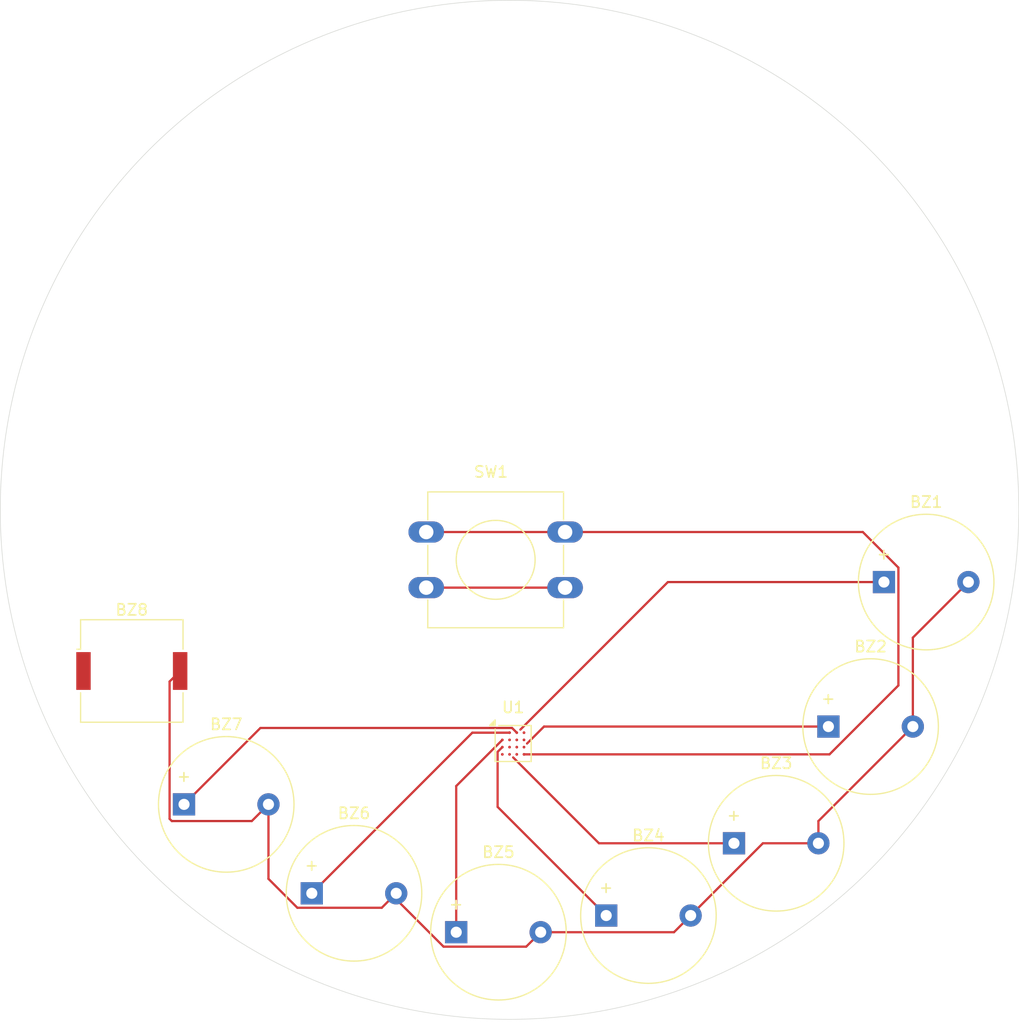
<source format=kicad_pcb>
(kicad_pcb (version 20240108) (generator "pcbnew") (generator_version "8.0")
  (layers (0 "F.Cu" signal) (31 "B.Cu" signal) (34 "B.Paste" user) (35 "F.Paste" user) (36 "B.SilkS" user "B.Silkscreen") (37 "F.SilkS" user "F.Silkscreen") (38 "B.Mask" user) (39 "F.Mask" user) (44 "Edge.Cuts" user))
  (net 0 "")
  (net 1 "GND")
  (net 2 "Net-(BZ1-+)")
  (net 3 "Net-(BZ2-+)")
  (net 4 "Net-(BZ3-+)")
  (net 5 "Net-(BZ4-+)")
  (net 6 "Net-(BZ5-+)")
  (net 7 "Net-(BZ6-+)")
  (net 8 "Net-(BZ7-+)")
  (net 9 "Net-(BZ8-+)")
  (net 10 "+12V")
  (net 14 "Net-(U1-VCC)")
  (footprint "Package_BGA:UFBGA-15_3.0x3.0mm_Layout4x4_P0.65mm" (layer "F.Cu") (at 139.825 104.025)
    (property "Reference" "U1" (at 0 -3.25 0) (layer "F.SilkS"))
    (property "Value" "ATtiny20-CC")
    (fp_line (start -1.62 1.62) (end -1.62 -1.3) (stroke (width 0.12)) (layer "F.SilkS"))
    (fp_line (start -1.3 -1.62) (end 1.62 -1.62) (stroke (width 0.12)) (layer "F.SilkS"))
    (fp_line (start 1.62 -1.62) (end 1.62 1.62) (stroke (width 0.12)) (layer "F.SilkS"))
    (fp_line (start 1.62 1.62) (end -1.62 1.62) (stroke (width 0.12)) (layer "F.SilkS"))
    (fp_poly (pts (xy -1.62 -1.62) (xy -2.12 -1.62) (xy -1.62 -2.12) (xy -1.62 -1.62)) (stroke (width 0.12)) (fill solid) (layer "F.SilkS"))
    (pad "A2" smd circle (at -0.325 -0.975) (size 0.25 0.25) (property pad_prop_bga) (layers "F.Cu" "F.Paste" "F.Mask") (net 7 "Net-(BZ6-+)"))
    (pad "A3" smd circle (at 0.325 -0.975) (size 0.25 0.25) (property pad_prop_bga) (layers "F.Cu" "F.Paste" "F.Mask") (net 8 "Net-(BZ7-+)"))
    (pad "A4" smd circle (at 0.975 -0.975) (size 0.25 0.25) (property pad_prop_bga) (layers "F.Cu" "F.Paste" "F.Mask"))
    (pad "B1" smd circle (at -0.975 -0.325) (size 0.25 0.25) (property pad_prop_bga) (layers "F.Cu" "F.Paste" "F.Mask") (net 6 "Net-(BZ5-+)"))
    (pad "B2" smd circle (at -0.325 -0.325) (size 0.25 0.25) (property pad_prop_bga) (layers "F.Cu" "F.Paste" "F.Mask") (net 9 "Net-(BZ8-+)"))
    (pad "B3" smd circle (at 0.325 -0.325) (size 0.25 0.25) (property pad_prop_bga) (layers "F.Cu" "F.Paste" "F.Mask"))
    (pad "B4" smd circle (at 0.975 -0.325) (size 0.25 0.25) (property pad_prop_bga) (layers "F.Cu" "F.Paste" "F.Mask"))
    (pad "C1" smd circle (at -0.975 0.325) (size 0.25 0.25) (property pad_prop_bga) (layers "F.Cu" "F.Paste" "F.Mask") (net 5 "Net-(BZ4-+)"))
    (pad "C2" smd circle (at -0.325 0.325) (size 0.25 0.25) (property pad_prop_bga) (layers "F.Cu" "F.Paste" "F.Mask") (net 4 "Net-(BZ3-+)"))
    (pad "C3" smd circle (at 0.325 0.325) (size 0.25 0.25) (property pad_prop_bga) (layers "F.Cu" "F.Paste" "F.Mask") (net 3 "Net-(BZ2-+)"))
    (pad "C4" smd circle (at 0.975 0.325) (size 0.25 0.25) (property pad_prop_bga) (layers "F.Cu" "F.Paste" "F.Mask"))
    (pad "D1" smd circle (at -0.975 0.975) (size 0.25 0.25) (property pad_prop_bga) (layers "F.Cu" "F.Paste" "F.Mask") (net 2 "Net-(BZ1-+)"))
    (pad "D2" smd circle (at -0.325 0.975) (size 0.25 0.25) (property pad_prop_bga) (layers "F.Cu" "F.Paste" "F.Mask") (net 1 "GND"))
    (pad "D3" smd circle (at 0.325 0.975) (size 0.25 0.25) (property pad_prop_bga) (layers "F.Cu" "F.Paste" "F.Mask") (net 1 "GND"))
    (pad "D4" smd circle (at 0.975 0.975) (size 0.25 0.25) (property pad_prop_bga) (layers "F.Cu" "F.Paste" "F.Mask") (net 14 "Net-(U1-VCC)"))
  )
  (footprint "Buzzer_Beeper:Buzzer_12x9.5RM7.6" (layer "F.Cu") (at 168.2 102.5)
    (property "Reference" "BZ2" (at 3.8 -7.2 0) (layer "F.SilkS"))
    (property "Value" "Buzzer")
    (fp_circle (center 3.8 0) (end 9.9 0) (stroke (width 0.12)) (fill none) (layer "F.SilkS"))
    (fp_text user "+" (at -0.01 -2.54 0) (layer "F.SilkS"))
    (pad "1" thru_hole rect (at 0 0) (size 2 2) (drill 1) (layers "*.Cu" "*.Mask") (net 3 "Net-(BZ2-+)"))
    (pad "2" thru_hole circle (at 7.6 0) (size 2 2) (drill 1) (layers "*.Cu" "*.Mask") (net 1 "GND"))
  )
  (footprint "Buzzer_Beeper:Buzzer_12x9.5RM7.6" (layer "F.Cu") (at 121.7 117.5)
    (property "Reference" "BZ6" (at 3.8 -7.2 0) (layer "F.SilkS"))
    (property "Value" "Buzzer")
    (fp_circle (center 3.8 0) (end 9.9 0) (stroke (width 0.12)) (fill none) (layer "F.SilkS"))
    (fp_text user "+" (at -0.01 -2.54 0) (layer "F.SilkS"))
    (pad "1" thru_hole rect (at 0 0) (size 2 2) (drill 1) (layers "*.Cu" "*.Mask") (net 7 "Net-(BZ6-+)"))
    (pad "2" thru_hole circle (at 7.6 0) (size 2 2) (drill 1) (layers "*.Cu" "*.Mask") (net 1 "GND"))
  )
  (footprint "Buzzer_Beeper:Buzzer_12x9.5RM7.6" (layer "F.Cu") (at 173.2 89.5)
    (property "Reference" "BZ1" (at 3.8 -7.2 0) (layer "F.SilkS"))
    (property "Value" "Buzzer")
    (fp_circle (center 3.8 0) (end 9.9 0) (stroke (width 0.12)) (fill none) (layer "F.SilkS"))
    (fp_text user "+" (at -0.01 -2.54 0) (layer "F.SilkS"))
    (pad "1" thru_hole rect (at 0 0) (size 2 2) (drill 1) (layers "*.Cu" "*.Mask") (net 2 "Net-(BZ1-+)"))
    (pad "2" thru_hole circle (at 7.6 0) (size 2 2) (drill 1) (layers "*.Cu" "*.Mask") (net 1 "GND"))
  )
  (footprint "Buzzer_Beeper:Buzzer_12x9.5RM7.6" (layer "F.Cu") (at 148.2 119.5)
    (property "Reference" "BZ4" (at 3.8 -7.2 0) (layer "F.SilkS"))
    (property "Value" "Buzzer")
    (fp_circle (center 3.8 0) (end 9.9 0) (stroke (width 0.12)) (fill none) (layer "F.SilkS"))
    (fp_text user "+" (at -0.01 -2.54 0) (layer "F.SilkS"))
    (pad "1" thru_hole rect (at 0 0) (size 2 2) (drill 1) (layers "*.Cu" "*.Mask") (net 5 "Net-(BZ4-+)"))
    (pad "2" thru_hole circle (at 7.6 0) (size 2 2) (drill 1) (layers "*.Cu" "*.Mask") (net 1 "GND"))
  )
  (footprint "Buzzer_Beeper:Buzzer_Murata_PKMCS0909E" (layer "F.Cu") (at 105.5 97.5)
    (property "Reference" "BZ8" (at 0 -5.5 0) (layer "F.SilkS"))
    (property "Value" "Buzzer")
    (fp_line (start -4.61 -4.61) (end 4.61 -4.61) (stroke (width 0.12)) (layer "F.SilkS"))
    (fp_line (start -4.61 -1.96) (end -4.94 -1.96) (stroke (width 0.12)) (layer "F.SilkS"))
    (fp_line (start -4.61 -1.96) (end -4.61 -4.61) (stroke (width 0.12)) (layer "F.SilkS"))
    (fp_line (start -4.61 4.61) (end -4.61 1.96) (stroke (width 0.12)) (layer "F.SilkS"))
    (fp_line (start 4.61 -4.61) (end 4.61 -1.96) (stroke (width 0.12)) (layer "F.SilkS"))
    (fp_line (start 4.61 1.96) (end 4.61 4.61) (stroke (width 0.12)) (layer "F.SilkS"))
    (fp_line (start 4.61 4.61) (end -4.61 4.61) (stroke (width 0.12)) (layer "F.SilkS"))
    (pad "1" smd rect (at -4.35 0) (size 1.3 3.4) (layers "F.Cu" "F.Paste" "F.Mask") (net 9 "Net-(BZ8-+)"))
    (pad "2" smd rect (at 4.35 0) (size 1.3 3.4) (layers "F.Cu" "F.Paste" "F.Mask") (net 1 "GND"))
  )
  (footprint "Buzzer_Beeper:Buzzer_12x9.5RM7.6" (layer "F.Cu") (at 134.7 121)
    (property "Reference" "BZ5" (at 3.8 -7.2 0) (layer "F.SilkS"))
    (property "Value" "Buzzer")
    (fp_circle (center 3.8 0) (end 9.9 0) (stroke (width 0.12)) (fill none) (layer "F.SilkS"))
    (fp_text user "+" (at -0.01 -2.54 0) (layer "F.SilkS"))
    (pad "1" thru_hole rect (at 0 0) (size 2 2) (drill 1) (layers "*.Cu" "*.Mask") (net 6 "Net-(BZ5-+)"))
    (pad "2" thru_hole circle (at 7.6 0) (size 2 2) (drill 1) (layers "*.Cu" "*.Mask") (net 1 "GND"))
  )
  (footprint "Buzzer_Beeper:Buzzer_12x9.5RM7.6" (layer "F.Cu") (at 159.7 113)
    (property "Reference" "BZ3" (at 3.8 -7.2 0) (layer "F.SilkS"))
    (property "Value" "Buzzer")
    (fp_circle (center 3.8 0) (end 9.9 0) (stroke (width 0.12)) (fill none) (layer "F.SilkS"))
    (fp_text user "+" (at -0.01 -2.54 0) (layer "F.SilkS"))
    (pad "1" thru_hole rect (at 0 0) (size 2 2) (drill 1) (layers "*.Cu" "*.Mask") (net 4 "Net-(BZ3-+)"))
    (pad "2" thru_hole circle (at 7.6 0) (size 2 2) (drill 1) (layers "*.Cu" "*.Mask") (net 1 "GND"))
  )
  (footprint "Buzzer_Beeper:Buzzer_12x9.5RM7.6" (layer "F.Cu") (at 110.2 109.5)
    (property "Reference" "BZ7" (at 3.8 -7.2 0) (layer "F.SilkS"))
    (property "Value" "Buzzer")
    (fp_circle (center 3.8 0) (end 9.9 0) (stroke (width 0.12)) (fill none) (layer "F.SilkS"))
    (fp_text user "+" (at -0.01 -2.54 0) (layer "F.SilkS"))
    (pad "1" thru_hole rect (at 0 0) (size 2 2) (drill 1) (layers "*.Cu" "*.Mask") (net 8 "Net-(BZ7-+)"))
    (pad "2" thru_hole circle (at 7.6 0) (size 2 2) (drill 1) (layers "*.Cu" "*.Mask") (net 1 "GND"))
  )
  (footprint "Button_Switch_THT:SW_PUSH-12mm" (layer "F.Cu") (at 132 85)
    (property "Reference" "SW1" (at 5.83 -5.41 0) (layer "F.SilkS"))
    (property "Value" "SW_Push")
    (fp_line (start 0.14 -3.61) (end 0.14 -1.1) (stroke (width 0.12)) (layer "F.SilkS"))
    (fp_line (start 0.14 -3.61) (end 12.36 -3.61) (stroke (width 0.12)) (layer "F.SilkS"))
    (fp_line (start 0.14 1.2) (end 0.14 3.8) (stroke (width 0.12)) (layer "F.SilkS"))
    (fp_line (start 0.14 6.1) (end 0.14 8.61) (stroke (width 0.12)) (layer "F.SilkS"))
    (fp_line (start 12.36 -3.61) (end 12.36 -1.1) (stroke (width 0.12)) (layer "F.SilkS"))
    (fp_line (start 12.36 1.2) (end 12.36 3.8) (stroke (width 0.12)) (layer "F.SilkS"))
    (fp_line (start 12.36 6.1) (end 12.36 8.61) (stroke (width 0.12)) (layer "F.SilkS"))
    (fp_line (start 12.36 8.61) (end 0.14 8.61) (stroke (width 0.12)) (layer "F.SilkS"))
    (fp_circle (center 6.25 2.5) (end 9.8 2.5) (stroke (width 0.12)) (fill none) (layer "F.SilkS"))
    (pad "1" thru_hole oval (at 0 0) (size 3.2 1.9) (drill 1.3) (layers "*.Cu" "*.Mask") (net 14 "Net-(U1-VCC)"))
    (pad "1" thru_hole oval (at 12.5 0) (size 3.2 1.9) (drill 1.3) (layers "*.Cu" "*.Mask") (net 14 "Net-(U1-VCC)"))
    (pad "2" thru_hole oval (at 0 5) (size 3.2 1.9) (drill 1.3) (layers "*.Cu" "*.Mask") (net 10 "+12V"))
    (pad "2" thru_hole oval (at 12.5 5) (size 3.2 1.9) (drill 1.3) (layers "*.Cu" "*.Mask") (net 10 "+12V"))
  )
  (gr_circle (center 139.5 83) (end 175 54) (stroke (width 0.05)) (fill none) (layer "Edge.Cuts"))
  (segment (start 129.3 118.03994) (end 133.56006 122.3) (width 0.2) (layer "F.Cu") (net 1))
  (segment (start 167.3 113) (end 167.3 111) (width 0.2) (layer "F.Cu") (net 1))
  (segment (start 108.9 98.45) (end 108.9 110.8) (width 0.2) (layer "F.Cu") (net 1))
  (segment (start 109.1 111) (end 116.3 111) (width 0.2) (layer "F.Cu") (net 1))
  (segment (start 155.8 119.5) (end 154.3 121) (width 0.2) (layer "F.Cu") (net 1))
  (segment (start 167.3 113) (end 162.3 113) (width 0.2) (layer "F.Cu") (net 1))
  (segment (start 133.56006 122.3) (end 141 122.3) (width 0.2) (layer "F.Cu") (net 1))
  (segment (start 128 118.8) (end 129.3 117.5) (width 0.2) (layer "F.Cu") (net 1))
  (segment (start 141 122.3) (end 142.3 121) (width 0.2) (layer "F.Cu") (net 1))
  (segment (start 129.3 117.5) (end 129.3 118.03994) (width 0.2) (layer "F.Cu") (net 1))
  (segment (start 117.8 109.5) (end 117.8 116.2) (width 0.2) (layer "F.Cu") (net 1))
  (segment (start 175.8 102.5) (end 175.8 94.5) (width 0.2) (layer "F.Cu") (net 1))
  (segment (start 116.3 111) (end 117.8 109.5) (width 0.2) (layer "F.Cu") (net 1))
  (segment (start 167.3 111) (end 175.8 102.5) (width 0.2) (layer "F.Cu") (net 1))
  (segment (start 175.8 94.5) (end 180.8 89.5) (width 0.2) (layer "F.Cu") (net 1))
  (segment (start 120.4 118.8) (end 128 118.8) (width 0.2) (layer "F.Cu") (net 1))
  (segment (start 154.3 121) (end 142.3 121) (width 0.2) (layer "F.Cu") (net 1))
  (segment (start 109.85 97.5) (end 108.9 98.45) (width 0.2) (layer "F.Cu") (net 1))
  (segment (start 117.8 116.2) (end 120.4 118.8) (width 0.2) (layer "F.Cu") (net 1))
  (segment (start 108.9 110.8) (end 109.1 111) (width 0.2) (layer "F.Cu") (net 1))
  (segment (start 162.3 113) (end 155.8 119.5) (width 0.2) (layer "F.Cu") (net 1))
  (segment (start 173.2 89.5) (end 153.748959 89.5) (width 0.2) (layer "F.Cu") (net 2))
  (segment (start 153.748959 89.5) (end 140.475 102.773959) (width 0.2) (layer "F.Cu") (net 2))
  (segment (start 142.601041 102.5) (end 141.076041 104.025) (width 0.2) (layer "F.Cu") (net 3))
  (segment (start 168.2 102.5) (end 142.601041 102.5) (width 0.2) (layer "F.Cu") (net 3))
  (segment (start 147.548959 113) (end 139.825 105.276041) (width 0.2) (layer "F.Cu") (net 4))
  (segment (start 159.7 113) (end 147.548959 113) (width 0.2) (layer "F.Cu") (net 4))
  (segment (start 148.2 119.5) (end 138.425 109.725) (width 0.2) (layer "F.Cu") (net 5))
  (segment (start 138.425 104.775) (end 138.85 104.35) (width 0.2) (layer "F.Cu") (net 5))
  (segment (start 138.425 109.725) (end 138.425 104.775) (width 0.2) (layer "F.Cu") (net 5))
  (segment (start 134.7 107.85) (end 138.85 103.7) (width 0.2) (layer "F.Cu") (net 6))
  (segment (start 134.7 121) (end 134.7 107.85) (width 0.2) (layer "F.Cu") (net 6))
  (segment (start 136.15 103.05) (end 121.7 117.5) (width 0.2) (layer "F.Cu") (net 7))
  (segment (start 139.5 103.05) (end 136.15 103.05) (width 0.2) (layer "F.Cu") (net 7))
  (segment (start 117.075 102.625) (end 110.2 109.5) (width 0.2) (layer "F.Cu") (net 8))
  (segment (start 139.725 102.625) (end 117.075 102.625) (width 0.2) (layer "F.Cu") (net 8))
  (segment (start 140.15 103.05) (end 139.725 102.625) (width 0.2) (layer "F.Cu") (net 8))
  (segment (start 132 90) (end 144.5 90) (width 0.2) (layer "F.Cu") (net 10))
  (segment (start 171.3 85) (end 174.5 88.2) (width 0.2) (layer "F.Cu") (net 14))
  (segment (start 174.5 98.8) (end 168.3 105) (width 0.2) (layer "F.Cu") (net 14))
  (segment (start 168.3 105) (end 140.8 105) (width 0.2) (layer "F.Cu") (net 14))
  (segment (start 144.5 85) (end 171.3 85) (width 0.2) (layer "F.Cu") (net 14))
  (segment (start 144.5 85) (end 132 85) (width 0.2) (layer "F.Cu") (net 14))
  (segment (start 174.5 88.2) (end 174.5 98.8) (width 0.2) (layer "F.Cu") (net 14))
)
</source>
